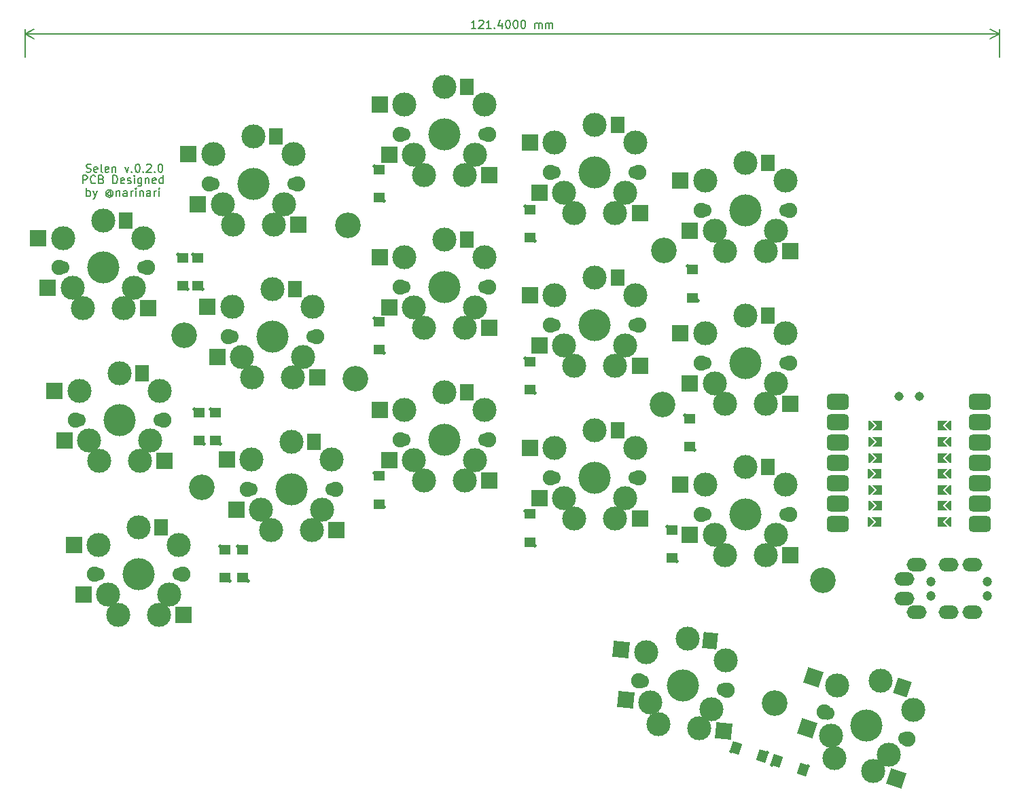
<source format=gts>
%TF.GenerationSoftware,KiCad,Pcbnew,(6.0.7)*%
%TF.CreationDate,2022-09-04T15:48:05+09:00*%
%TF.ProjectId,selen-full,73656c65-6e2d-4667-956c-6c2e6b696361,rev?*%
%TF.SameCoordinates,Original*%
%TF.FileFunction,Soldermask,Top*%
%TF.FilePolarity,Negative*%
%FSLAX46Y46*%
G04 Gerber Fmt 4.6, Leading zero omitted, Abs format (unit mm)*
G04 Created by KiCad (PCBNEW (6.0.7)) date 2022-09-04 15:48:05*
%MOMM*%
%LPD*%
G01*
G04 APERTURE LIST*
G04 Aperture macros list*
%AMRoundRect*
0 Rectangle with rounded corners*
0 $1 Rounding radius*
0 $2 $3 $4 $5 $6 $7 $8 $9 X,Y pos of 4 corners*
0 Add a 4 corners polygon primitive as box body*
4,1,4,$2,$3,$4,$5,$6,$7,$8,$9,$2,$3,0*
0 Add four circle primitives for the rounded corners*
1,1,$1+$1,$2,$3*
1,1,$1+$1,$4,$5*
1,1,$1+$1,$6,$7*
1,1,$1+$1,$8,$9*
0 Add four rect primitives between the rounded corners*
20,1,$1+$1,$2,$3,$4,$5,0*
20,1,$1+$1,$4,$5,$6,$7,0*
20,1,$1+$1,$6,$7,$8,$9,0*
20,1,$1+$1,$8,$9,$2,$3,0*%
%AMRotRect*
0 Rectangle, with rotation*
0 The origin of the aperture is its center*
0 $1 length*
0 $2 width*
0 $3 Rotation angle, in degrees counterclockwise*
0 Add horizontal line*
21,1,$1,$2,0,0,$3*%
%AMFreePoly0*
4,1,6,0.600000,0.200000,0.000000,-0.400000,-0.600000,0.200000,-0.600000,0.400000,0.600000,0.400000,0.600000,0.200000,0.600000,0.200000,$1*%
%AMFreePoly1*
4,1,6,0.600000,-0.250000,-0.600000,-0.250000,-0.600000,1.000000,0.000000,0.400000,0.600000,1.000000,0.600000,-0.250000,0.600000,-0.250000,$1*%
G04 Aperture macros list end*
%ADD10C,0.150000*%
%ADD11R,1.400000X1.200000*%
%ADD12C,0.500000*%
%ADD13RotRect,1.200000X1.400000X342.000000*%
%ADD14C,3.200000*%
%ADD15C,3.000000*%
%ADD16C,1.700000*%
%ADD17C,1.900000*%
%ADD18C,4.000000*%
%ADD19R,2.000000X2.000000*%
%ADD20R,1.800000X2.000000*%
%ADD21RotRect,2.000000X2.000000X354.000000*%
%ADD22RotRect,1.800000X2.000000X354.000000*%
%ADD23RotRect,1.200000X1.400000X162.000000*%
%ADD24RotRect,2.000000X2.000000X342.000000*%
%ADD25RotRect,1.800000X2.000000X342.000000*%
%ADD26C,1.200000*%
%ADD27O,2.500000X1.700000*%
%ADD28RoundRect,0.499745X-0.874395X-0.499745X0.874395X-0.499745X0.874395X0.499745X-0.874395X0.499745X0*%
%ADD29FreePoly0,270.000000*%
%ADD30FreePoly0,90.000000*%
%ADD31FreePoly1,270.000000*%
%ADD32FreePoly1,90.000000*%
%ADD33C,1.143000*%
G04 APERTURE END LIST*
D10*
X97800000Y-70447380D02*
X97800000Y-69447380D01*
X98180952Y-69447380D01*
X98276190Y-69495000D01*
X98323809Y-69542619D01*
X98371428Y-69637857D01*
X98371428Y-69780714D01*
X98323809Y-69875952D01*
X98276190Y-69923571D01*
X98180952Y-69971190D01*
X97800000Y-69971190D01*
X99371428Y-70352142D02*
X99323809Y-70399761D01*
X99180952Y-70447380D01*
X99085714Y-70447380D01*
X98942857Y-70399761D01*
X98847619Y-70304523D01*
X98800000Y-70209285D01*
X98752380Y-70018809D01*
X98752380Y-69875952D01*
X98800000Y-69685476D01*
X98847619Y-69590238D01*
X98942857Y-69495000D01*
X99085714Y-69447380D01*
X99180952Y-69447380D01*
X99323809Y-69495000D01*
X99371428Y-69542619D01*
X100133333Y-69923571D02*
X100276190Y-69971190D01*
X100323809Y-70018809D01*
X100371428Y-70114047D01*
X100371428Y-70256904D01*
X100323809Y-70352142D01*
X100276190Y-70399761D01*
X100180952Y-70447380D01*
X99800000Y-70447380D01*
X99800000Y-69447380D01*
X100133333Y-69447380D01*
X100228571Y-69495000D01*
X100276190Y-69542619D01*
X100323809Y-69637857D01*
X100323809Y-69733095D01*
X100276190Y-69828333D01*
X100228571Y-69875952D01*
X100133333Y-69923571D01*
X99800000Y-69923571D01*
X101561904Y-70447380D02*
X101561904Y-69447380D01*
X101800000Y-69447380D01*
X101942857Y-69495000D01*
X102038095Y-69590238D01*
X102085714Y-69685476D01*
X102133333Y-69875952D01*
X102133333Y-70018809D01*
X102085714Y-70209285D01*
X102038095Y-70304523D01*
X101942857Y-70399761D01*
X101800000Y-70447380D01*
X101561904Y-70447380D01*
X102942857Y-70399761D02*
X102847619Y-70447380D01*
X102657142Y-70447380D01*
X102561904Y-70399761D01*
X102514285Y-70304523D01*
X102514285Y-69923571D01*
X102561904Y-69828333D01*
X102657142Y-69780714D01*
X102847619Y-69780714D01*
X102942857Y-69828333D01*
X102990476Y-69923571D01*
X102990476Y-70018809D01*
X102514285Y-70114047D01*
X103371428Y-70399761D02*
X103466666Y-70447380D01*
X103657142Y-70447380D01*
X103752380Y-70399761D01*
X103800000Y-70304523D01*
X103800000Y-70256904D01*
X103752380Y-70161666D01*
X103657142Y-70114047D01*
X103514285Y-70114047D01*
X103419047Y-70066428D01*
X103371428Y-69971190D01*
X103371428Y-69923571D01*
X103419047Y-69828333D01*
X103514285Y-69780714D01*
X103657142Y-69780714D01*
X103752380Y-69828333D01*
X104228571Y-70447380D02*
X104228571Y-69780714D01*
X104228571Y-69447380D02*
X104180952Y-69495000D01*
X104228571Y-69542619D01*
X104276190Y-69495000D01*
X104228571Y-69447380D01*
X104228571Y-69542619D01*
X105133333Y-69780714D02*
X105133333Y-70590238D01*
X105085714Y-70685476D01*
X105038095Y-70733095D01*
X104942857Y-70780714D01*
X104800000Y-70780714D01*
X104704761Y-70733095D01*
X105133333Y-70399761D02*
X105038095Y-70447380D01*
X104847619Y-70447380D01*
X104752380Y-70399761D01*
X104704761Y-70352142D01*
X104657142Y-70256904D01*
X104657142Y-69971190D01*
X104704761Y-69875952D01*
X104752380Y-69828333D01*
X104847619Y-69780714D01*
X105038095Y-69780714D01*
X105133333Y-69828333D01*
X105609523Y-69780714D02*
X105609523Y-70447380D01*
X105609523Y-69875952D02*
X105657142Y-69828333D01*
X105752380Y-69780714D01*
X105895238Y-69780714D01*
X105990476Y-69828333D01*
X106038095Y-69923571D01*
X106038095Y-70447380D01*
X106895238Y-70399761D02*
X106800000Y-70447380D01*
X106609523Y-70447380D01*
X106514285Y-70399761D01*
X106466666Y-70304523D01*
X106466666Y-69923571D01*
X106514285Y-69828333D01*
X106609523Y-69780714D01*
X106800000Y-69780714D01*
X106895238Y-69828333D01*
X106942857Y-69923571D01*
X106942857Y-70018809D01*
X106466666Y-70114047D01*
X107800000Y-70447380D02*
X107800000Y-69447380D01*
X107800000Y-70399761D02*
X107704761Y-70447380D01*
X107514285Y-70447380D01*
X107419047Y-70399761D01*
X107371428Y-70352142D01*
X107323809Y-70256904D01*
X107323809Y-69971190D01*
X107371428Y-69875952D01*
X107419047Y-69828333D01*
X107514285Y-69780714D01*
X107704761Y-69780714D01*
X107800000Y-69828333D01*
X98276190Y-72057380D02*
X98276190Y-71057380D01*
X98276190Y-71438333D02*
X98371428Y-71390714D01*
X98561904Y-71390714D01*
X98657142Y-71438333D01*
X98704761Y-71485952D01*
X98752380Y-71581190D01*
X98752380Y-71866904D01*
X98704761Y-71962142D01*
X98657142Y-72009761D01*
X98561904Y-72057380D01*
X98371428Y-72057380D01*
X98276190Y-72009761D01*
X99085714Y-71390714D02*
X99323809Y-72057380D01*
X99561904Y-71390714D02*
X99323809Y-72057380D01*
X99228571Y-72295476D01*
X99180952Y-72343095D01*
X99085714Y-72390714D01*
X101323809Y-71581190D02*
X101276190Y-71533571D01*
X101180952Y-71485952D01*
X101085714Y-71485952D01*
X100990476Y-71533571D01*
X100942857Y-71581190D01*
X100895238Y-71676428D01*
X100895238Y-71771666D01*
X100942857Y-71866904D01*
X100990476Y-71914523D01*
X101085714Y-71962142D01*
X101180952Y-71962142D01*
X101276190Y-71914523D01*
X101323809Y-71866904D01*
X101323809Y-71485952D02*
X101323809Y-71866904D01*
X101371428Y-71914523D01*
X101419047Y-71914523D01*
X101514285Y-71866904D01*
X101561904Y-71771666D01*
X101561904Y-71533571D01*
X101466666Y-71390714D01*
X101323809Y-71295476D01*
X101133333Y-71247857D01*
X100942857Y-71295476D01*
X100800000Y-71390714D01*
X100704761Y-71533571D01*
X100657142Y-71724047D01*
X100704761Y-71914523D01*
X100800000Y-72057380D01*
X100942857Y-72152619D01*
X101133333Y-72200238D01*
X101323809Y-72152619D01*
X101466666Y-72057380D01*
X101990476Y-71390714D02*
X101990476Y-72057380D01*
X101990476Y-71485952D02*
X102038095Y-71438333D01*
X102133333Y-71390714D01*
X102276190Y-71390714D01*
X102371428Y-71438333D01*
X102419047Y-71533571D01*
X102419047Y-72057380D01*
X103323809Y-72057380D02*
X103323809Y-71533571D01*
X103276190Y-71438333D01*
X103180952Y-71390714D01*
X102990476Y-71390714D01*
X102895238Y-71438333D01*
X103323809Y-72009761D02*
X103228571Y-72057380D01*
X102990476Y-72057380D01*
X102895238Y-72009761D01*
X102847619Y-71914523D01*
X102847619Y-71819285D01*
X102895238Y-71724047D01*
X102990476Y-71676428D01*
X103228571Y-71676428D01*
X103323809Y-71628809D01*
X103800000Y-72057380D02*
X103800000Y-71390714D01*
X103800000Y-71581190D02*
X103847619Y-71485952D01*
X103895238Y-71438333D01*
X103990476Y-71390714D01*
X104085714Y-71390714D01*
X104419047Y-72057380D02*
X104419047Y-71390714D01*
X104419047Y-71057380D02*
X104371428Y-71105000D01*
X104419047Y-71152619D01*
X104466666Y-71105000D01*
X104419047Y-71057380D01*
X104419047Y-71152619D01*
X104895238Y-71390714D02*
X104895238Y-72057380D01*
X104895238Y-71485952D02*
X104942857Y-71438333D01*
X105038095Y-71390714D01*
X105180952Y-71390714D01*
X105276190Y-71438333D01*
X105323809Y-71533571D01*
X105323809Y-72057380D01*
X106228571Y-72057380D02*
X106228571Y-71533571D01*
X106180952Y-71438333D01*
X106085714Y-71390714D01*
X105895238Y-71390714D01*
X105800000Y-71438333D01*
X106228571Y-72009761D02*
X106133333Y-72057380D01*
X105895238Y-72057380D01*
X105800000Y-72009761D01*
X105752380Y-71914523D01*
X105752380Y-71819285D01*
X105800000Y-71724047D01*
X105895238Y-71676428D01*
X106133333Y-71676428D01*
X106228571Y-71628809D01*
X106704761Y-72057380D02*
X106704761Y-71390714D01*
X106704761Y-71581190D02*
X106752380Y-71485952D01*
X106800000Y-71438333D01*
X106895238Y-71390714D01*
X106990476Y-71390714D01*
X107323809Y-72057380D02*
X107323809Y-71390714D01*
X107323809Y-71057380D02*
X107276190Y-71105000D01*
X107323809Y-71152619D01*
X107371428Y-71105000D01*
X107323809Y-71057380D01*
X107323809Y-71152619D01*
X98238095Y-69004761D02*
X98380952Y-69052380D01*
X98619047Y-69052380D01*
X98714285Y-69004761D01*
X98761904Y-68957142D01*
X98809523Y-68861904D01*
X98809523Y-68766666D01*
X98761904Y-68671428D01*
X98714285Y-68623809D01*
X98619047Y-68576190D01*
X98428571Y-68528571D01*
X98333333Y-68480952D01*
X98285714Y-68433333D01*
X98238095Y-68338095D01*
X98238095Y-68242857D01*
X98285714Y-68147619D01*
X98333333Y-68100000D01*
X98428571Y-68052380D01*
X98666666Y-68052380D01*
X98809523Y-68100000D01*
X99619047Y-69004761D02*
X99523809Y-69052380D01*
X99333333Y-69052380D01*
X99238095Y-69004761D01*
X99190476Y-68909523D01*
X99190476Y-68528571D01*
X99238095Y-68433333D01*
X99333333Y-68385714D01*
X99523809Y-68385714D01*
X99619047Y-68433333D01*
X99666666Y-68528571D01*
X99666666Y-68623809D01*
X99190476Y-68719047D01*
X100238095Y-69052380D02*
X100142857Y-69004761D01*
X100095238Y-68909523D01*
X100095238Y-68052380D01*
X101000000Y-69004761D02*
X100904761Y-69052380D01*
X100714285Y-69052380D01*
X100619047Y-69004761D01*
X100571428Y-68909523D01*
X100571428Y-68528571D01*
X100619047Y-68433333D01*
X100714285Y-68385714D01*
X100904761Y-68385714D01*
X101000000Y-68433333D01*
X101047619Y-68528571D01*
X101047619Y-68623809D01*
X100571428Y-68719047D01*
X101476190Y-68385714D02*
X101476190Y-69052380D01*
X101476190Y-68480952D02*
X101523809Y-68433333D01*
X101619047Y-68385714D01*
X101761904Y-68385714D01*
X101857142Y-68433333D01*
X101904761Y-68528571D01*
X101904761Y-69052380D01*
X103047619Y-68385714D02*
X103285714Y-69052380D01*
X103523809Y-68385714D01*
X103904761Y-68957142D02*
X103952380Y-69004761D01*
X103904761Y-69052380D01*
X103857142Y-69004761D01*
X103904761Y-68957142D01*
X103904761Y-69052380D01*
X104571428Y-68052380D02*
X104666666Y-68052380D01*
X104761904Y-68100000D01*
X104809523Y-68147619D01*
X104857142Y-68242857D01*
X104904761Y-68433333D01*
X104904761Y-68671428D01*
X104857142Y-68861904D01*
X104809523Y-68957142D01*
X104761904Y-69004761D01*
X104666666Y-69052380D01*
X104571428Y-69052380D01*
X104476190Y-69004761D01*
X104428571Y-68957142D01*
X104380952Y-68861904D01*
X104333333Y-68671428D01*
X104333333Y-68433333D01*
X104380952Y-68242857D01*
X104428571Y-68147619D01*
X104476190Y-68100000D01*
X104571428Y-68052380D01*
X105333333Y-68957142D02*
X105380952Y-69004761D01*
X105333333Y-69052380D01*
X105285714Y-69004761D01*
X105333333Y-68957142D01*
X105333333Y-69052380D01*
X105761904Y-68147619D02*
X105809523Y-68100000D01*
X105904761Y-68052380D01*
X106142857Y-68052380D01*
X106238095Y-68100000D01*
X106285714Y-68147619D01*
X106333333Y-68242857D01*
X106333333Y-68338095D01*
X106285714Y-68480952D01*
X105714285Y-69052380D01*
X106333333Y-69052380D01*
X106761904Y-68957142D02*
X106809523Y-69004761D01*
X106761904Y-69052380D01*
X106714285Y-69004761D01*
X106761904Y-68957142D01*
X106761904Y-69052380D01*
X107428571Y-68052380D02*
X107523809Y-68052380D01*
X107619047Y-68100000D01*
X107666666Y-68147619D01*
X107714285Y-68242857D01*
X107761904Y-68433333D01*
X107761904Y-68671428D01*
X107714285Y-68861904D01*
X107666666Y-68957142D01*
X107619047Y-69004761D01*
X107523809Y-69052380D01*
X107428571Y-69052380D01*
X107333333Y-69004761D01*
X107285714Y-68957142D01*
X107238095Y-68861904D01*
X107190476Y-68671428D01*
X107190476Y-68433333D01*
X107238095Y-68242857D01*
X107285714Y-68147619D01*
X107333333Y-68100000D01*
X107428571Y-68052380D01*
X146776190Y-51102380D02*
X146204761Y-51102380D01*
X146490476Y-51102380D02*
X146490476Y-50102380D01*
X146395238Y-50245238D01*
X146300000Y-50340476D01*
X146204761Y-50388095D01*
X147157142Y-50197619D02*
X147204761Y-50150000D01*
X147300000Y-50102380D01*
X147538095Y-50102380D01*
X147633333Y-50150000D01*
X147680952Y-50197619D01*
X147728571Y-50292857D01*
X147728571Y-50388095D01*
X147680952Y-50530952D01*
X147109523Y-51102380D01*
X147728571Y-51102380D01*
X148680952Y-51102380D02*
X148109523Y-51102380D01*
X148395238Y-51102380D02*
X148395238Y-50102380D01*
X148300000Y-50245238D01*
X148204761Y-50340476D01*
X148109523Y-50388095D01*
X149109523Y-51007142D02*
X149157142Y-51054761D01*
X149109523Y-51102380D01*
X149061904Y-51054761D01*
X149109523Y-51007142D01*
X149109523Y-51102380D01*
X150014285Y-50435714D02*
X150014285Y-51102380D01*
X149776190Y-50054761D02*
X149538095Y-50769047D01*
X150157142Y-50769047D01*
X150728571Y-50102380D02*
X150823809Y-50102380D01*
X150919047Y-50150000D01*
X150966666Y-50197619D01*
X151014285Y-50292857D01*
X151061904Y-50483333D01*
X151061904Y-50721428D01*
X151014285Y-50911904D01*
X150966666Y-51007142D01*
X150919047Y-51054761D01*
X150823809Y-51102380D01*
X150728571Y-51102380D01*
X150633333Y-51054761D01*
X150585714Y-51007142D01*
X150538095Y-50911904D01*
X150490476Y-50721428D01*
X150490476Y-50483333D01*
X150538095Y-50292857D01*
X150585714Y-50197619D01*
X150633333Y-50150000D01*
X150728571Y-50102380D01*
X151680952Y-50102380D02*
X151776190Y-50102380D01*
X151871428Y-50150000D01*
X151919047Y-50197619D01*
X151966666Y-50292857D01*
X152014285Y-50483333D01*
X152014285Y-50721428D01*
X151966666Y-50911904D01*
X151919047Y-51007142D01*
X151871428Y-51054761D01*
X151776190Y-51102380D01*
X151680952Y-51102380D01*
X151585714Y-51054761D01*
X151538095Y-51007142D01*
X151490476Y-50911904D01*
X151442857Y-50721428D01*
X151442857Y-50483333D01*
X151490476Y-50292857D01*
X151538095Y-50197619D01*
X151585714Y-50150000D01*
X151680952Y-50102380D01*
X152633333Y-50102380D02*
X152728571Y-50102380D01*
X152823809Y-50150000D01*
X152871428Y-50197619D01*
X152919047Y-50292857D01*
X152966666Y-50483333D01*
X152966666Y-50721428D01*
X152919047Y-50911904D01*
X152871428Y-51007142D01*
X152823809Y-51054761D01*
X152728571Y-51102380D01*
X152633333Y-51102380D01*
X152538095Y-51054761D01*
X152490476Y-51007142D01*
X152442857Y-50911904D01*
X152395238Y-50721428D01*
X152395238Y-50483333D01*
X152442857Y-50292857D01*
X152490476Y-50197619D01*
X152538095Y-50150000D01*
X152633333Y-50102380D01*
X154157142Y-51102380D02*
X154157142Y-50435714D01*
X154157142Y-50530952D02*
X154204761Y-50483333D01*
X154300000Y-50435714D01*
X154442857Y-50435714D01*
X154538095Y-50483333D01*
X154585714Y-50578571D01*
X154585714Y-51102380D01*
X154585714Y-50578571D02*
X154633333Y-50483333D01*
X154728571Y-50435714D01*
X154871428Y-50435714D01*
X154966666Y-50483333D01*
X155014285Y-50578571D01*
X155014285Y-51102380D01*
X155490476Y-51102380D02*
X155490476Y-50435714D01*
X155490476Y-50530952D02*
X155538095Y-50483333D01*
X155633333Y-50435714D01*
X155776190Y-50435714D01*
X155871428Y-50483333D01*
X155919047Y-50578571D01*
X155919047Y-51102380D01*
X155919047Y-50578571D02*
X155966666Y-50483333D01*
X156061904Y-50435714D01*
X156204761Y-50435714D01*
X156300000Y-50483333D01*
X156347619Y-50578571D01*
X156347619Y-51102380D01*
X212000000Y-54700000D02*
X212000000Y-51213580D01*
X90600000Y-54700000D02*
X90600000Y-51213580D01*
X212000000Y-51800000D02*
X90600000Y-51800000D01*
X212000000Y-51800000D02*
X90600000Y-51800000D01*
X212000000Y-51800000D02*
X210873496Y-51213579D01*
X212000000Y-51800000D02*
X210873496Y-52386421D01*
X90600000Y-51800000D02*
X91726504Y-52386421D01*
X90600000Y-51800000D02*
X91726504Y-51213579D01*
D11*
%TO.C,D9*%
X153500000Y-96200000D03*
D12*
X154100000Y-96600000D03*
X152900000Y-92300000D03*
D11*
X153500000Y-92700000D03*
%TD*%
%TO.C,D4*%
X153500000Y-77200000D03*
D12*
X154100000Y-77600000D03*
X152900000Y-73300000D03*
D11*
X153500000Y-73700000D03*
%TD*%
D12*
%TO.C,D12*%
X118350000Y-120034000D03*
D11*
X117750000Y-119634000D03*
X117750000Y-116134000D03*
D12*
X117150000Y-115734000D03*
%TD*%
%TO.C,D17*%
X183684167Y-142947027D03*
D13*
X184250000Y-142500000D03*
X187578698Y-143581560D03*
D12*
X188144531Y-143134532D03*
%TD*%
D14*
%TO.C,REF\u002A\u002A*%
X190000000Y-120000000D03*
X190000000Y-120000000D03*
%TD*%
D15*
%TO.C,SW1*%
X97790000Y-86042500D03*
D16*
X105410000Y-80962500D03*
X95250000Y-80962500D03*
D15*
X96520000Y-83502500D03*
X95330000Y-77262500D03*
D17*
X105830000Y-80962500D03*
X94830000Y-80962500D03*
D15*
X104140000Y-83502500D03*
X100330000Y-75062500D03*
X102870000Y-86042500D03*
X105330000Y-77262500D03*
D18*
X100330000Y-80962500D03*
D19*
X92230000Y-77262500D03*
X105930000Y-86042500D03*
D20*
X103130000Y-75062500D03*
D19*
X93430000Y-83502500D03*
%TD*%
D15*
%TO.C,SW13*%
X140335000Y-107473750D03*
X142875000Y-96493750D03*
D18*
X142875000Y-102393750D03*
D15*
X147875000Y-98693750D03*
X137875000Y-98693750D03*
X146685000Y-104933750D03*
D17*
X137375000Y-102393750D03*
D16*
X137795000Y-102393750D03*
D15*
X139065000Y-104933750D03*
X145415000Y-107473750D03*
D16*
X147955000Y-102393750D03*
D17*
X148375000Y-102393750D03*
D19*
X148475000Y-107473750D03*
X134775000Y-98693750D03*
D20*
X145675000Y-96493750D03*
D19*
X135975000Y-104933750D03*
%TD*%
D12*
%TO.C,D15*%
X171850000Y-117600000D03*
D11*
X171250000Y-117200000D03*
D12*
X170650000Y-113300000D03*
D11*
X171250000Y-113700000D03*
%TD*%
D14*
%TO.C,REF\u002A\u002A*%
X170200000Y-78800000D03*
X170200000Y-78800000D03*
%TD*%
D12*
%TO.C,D8*%
X135350000Y-91600000D03*
D11*
X134750000Y-91200000D03*
X134750000Y-87700000D03*
D12*
X134150000Y-87300000D03*
%TD*%
D14*
%TO.C,REF\u002A\u002A*%
X112600000Y-108400000D03*
X112600000Y-108400000D03*
%TD*%
D15*
%TO.C,SW7*%
X126443750Y-85835000D03*
X118903750Y-94615000D03*
D17*
X126943750Y-89535000D03*
D16*
X116363750Y-89535000D03*
D15*
X121443750Y-83635000D03*
X116443750Y-85835000D03*
X117633750Y-92075000D03*
X123983750Y-94615000D03*
D18*
X121443750Y-89535000D03*
D17*
X115943750Y-89535000D03*
D15*
X125253750Y-92075000D03*
D16*
X126523750Y-89535000D03*
D19*
X113343750Y-85835000D03*
X127043750Y-94615000D03*
X114543750Y-92075000D03*
D20*
X124243750Y-83635000D03*
%TD*%
D12*
%TO.C,D11*%
X116100000Y-120034000D03*
D11*
X115500000Y-119634000D03*
D12*
X114900000Y-115734000D03*
D11*
X115500000Y-116134000D03*
%TD*%
D14*
%TO.C,REF\u002A\u002A*%
X130810000Y-75692000D03*
X130810000Y-75692000D03*
%TD*%
D15*
%TO.C,SW6*%
X107393750Y-96312500D03*
D17*
X96893750Y-100012500D03*
D16*
X107473750Y-100012500D03*
D15*
X97393750Y-96312500D03*
X98583750Y-102552500D03*
D18*
X102393750Y-100012500D03*
D15*
X99853750Y-105092500D03*
X106203750Y-102552500D03*
D17*
X107893750Y-100012500D03*
D15*
X104933750Y-105092500D03*
X102393750Y-94112500D03*
D16*
X97313750Y-100012500D03*
D19*
X107993750Y-105092500D03*
X94293750Y-96312500D03*
D20*
X105193750Y-94112500D03*
D19*
X95493750Y-102552500D03*
%TD*%
D14*
%TO.C,REF\u002A\u002A*%
X110400000Y-89400000D03*
X110400000Y-89400000D03*
%TD*%
D18*
%TO.C,SW11*%
X104775000Y-119221250D03*
D16*
X109855000Y-119221250D03*
D15*
X107315000Y-124301250D03*
D17*
X99275000Y-119221250D03*
D15*
X108585000Y-121761250D03*
X99775000Y-115521250D03*
D16*
X99695000Y-119221250D03*
D17*
X110275000Y-119221250D03*
D15*
X100965000Y-121761250D03*
X104775000Y-113321250D03*
X109775000Y-115521250D03*
X102235000Y-124301250D03*
D19*
X96675000Y-115521250D03*
X110375000Y-124301250D03*
X97875000Y-121761250D03*
D20*
X107575000Y-113321250D03*
%TD*%
D17*
%TO.C,SW8*%
X137375000Y-83343750D03*
D15*
X147875000Y-79643750D03*
X145415000Y-88423750D03*
D18*
X142875000Y-83343750D03*
D15*
X142875000Y-77443750D03*
X146685000Y-85883750D03*
X137875000Y-79643750D03*
X139065000Y-85883750D03*
D16*
X137795000Y-83343750D03*
X147955000Y-83343750D03*
D15*
X140335000Y-88423750D03*
D17*
X148375000Y-83343750D03*
D19*
X134775000Y-79643750D03*
X148475000Y-88423750D03*
D20*
X145675000Y-77443750D03*
D19*
X135975000Y-85883750D03*
%TD*%
D17*
%TO.C,SW10*%
X174840000Y-92868750D03*
D15*
X184150000Y-95408750D03*
D16*
X185420000Y-92868750D03*
D18*
X180340000Y-92868750D03*
D17*
X185840000Y-92868750D03*
D15*
X175340000Y-89168750D03*
X180340000Y-86968750D03*
X176530000Y-95408750D03*
D16*
X175260000Y-92868750D03*
D15*
X185340000Y-89168750D03*
X177800000Y-97948750D03*
X182880000Y-97948750D03*
D19*
X172240000Y-89168750D03*
X185940000Y-97948750D03*
D20*
X183140000Y-86968750D03*
D19*
X173440000Y-95408750D03*
%TD*%
D16*
%TO.C,SW15*%
X185420000Y-111760000D03*
X175260000Y-111760000D03*
D15*
X185340000Y-108060000D03*
D17*
X185840000Y-111760000D03*
X174840000Y-111760000D03*
D15*
X180340000Y-105860000D03*
X176530000Y-114300000D03*
X177800000Y-116840000D03*
X175340000Y-108060000D03*
D18*
X180340000Y-111760000D03*
D15*
X184150000Y-114300000D03*
X182880000Y-116840000D03*
D19*
X172240000Y-108060000D03*
X185940000Y-116840000D03*
D20*
X183140000Y-105860000D03*
D19*
X173440000Y-114300000D03*
%TD*%
D16*
%TO.C,SW3*%
X137795000Y-64293750D03*
D15*
X147875000Y-60593750D03*
D17*
X137375000Y-64293750D03*
X148375000Y-64293750D03*
D16*
X147955000Y-64293750D03*
D15*
X142875000Y-58393750D03*
X140335000Y-69373750D03*
X139065000Y-66833750D03*
X145415000Y-69373750D03*
D18*
X142875000Y-64293750D03*
D15*
X146685000Y-66833750D03*
X137875000Y-60593750D03*
D19*
X134775000Y-60593750D03*
X148475000Y-69373750D03*
D20*
X145675000Y-58393750D03*
D19*
X135975000Y-66833750D03*
%TD*%
D16*
%TO.C,SW16*%
X167528961Y-132565577D03*
D15*
X168526501Y-135224414D03*
D17*
X167111262Y-132521675D03*
D18*
X172581132Y-133096582D03*
D15*
X173197850Y-127228903D03*
X176104758Y-136020921D03*
X177940497Y-129939493D03*
X169524042Y-137883251D03*
D16*
X177633303Y-133627587D03*
D17*
X178051002Y-133671489D03*
D15*
X174576213Y-138414256D03*
X167995278Y-128894209D03*
D21*
X164912260Y-128570170D03*
X177619450Y-138734113D03*
D22*
X175982511Y-127521583D03*
D21*
X165453429Y-134901421D03*
%TD*%
D11*
%TO.C,D3*%
X134750000Y-72200000D03*
D12*
X135350000Y-72600000D03*
D11*
X134750000Y-68700000D03*
D12*
X134150000Y-68300000D03*
%TD*%
%TO.C,D5*%
X174400000Y-85100000D03*
D11*
X173800000Y-84700000D03*
D12*
X173200000Y-80800000D03*
D11*
X173800000Y-81200000D03*
%TD*%
%TO.C,D1*%
X110236000Y-83234000D03*
D12*
X110836000Y-83634000D03*
X109636000Y-79334000D03*
D11*
X110236000Y-79734000D03*
%TD*%
D15*
%TO.C,SW2*%
X122872500Y-73025000D03*
X115252500Y-73025000D03*
X114062500Y-66785000D03*
D16*
X113982500Y-70485000D03*
D15*
X119062500Y-64585000D03*
D18*
X119062500Y-70485000D03*
D15*
X121602500Y-75565000D03*
X124062500Y-66785000D03*
D17*
X113562500Y-70485000D03*
D16*
X124142500Y-70485000D03*
D17*
X124562500Y-70485000D03*
D15*
X116522500Y-75565000D03*
D19*
X110962500Y-66785000D03*
X124662500Y-75565000D03*
D20*
X121862500Y-64585000D03*
D19*
X112162500Y-73025000D03*
%TD*%
D16*
%TO.C,SW9*%
X166687500Y-88106250D03*
D18*
X161607500Y-88106250D03*
D15*
X165417500Y-90646250D03*
X164147500Y-93186250D03*
X159067500Y-93186250D03*
X161607500Y-82206250D03*
D17*
X156107500Y-88106250D03*
D15*
X157797500Y-90646250D03*
D16*
X156527500Y-88106250D03*
D15*
X156607500Y-84406250D03*
D17*
X167107500Y-88106250D03*
D15*
X166607500Y-84406250D03*
D19*
X167207500Y-93186250D03*
X153507500Y-84406250D03*
D20*
X164407500Y-82206250D03*
D19*
X154707500Y-90646250D03*
%TD*%
D15*
%TO.C,SW5*%
X182880000Y-78898750D03*
X184150000Y-76358750D03*
X175340000Y-70118750D03*
X177800000Y-78898750D03*
D16*
X175260000Y-73818750D03*
D17*
X185840000Y-73818750D03*
D18*
X180340000Y-73818750D03*
D17*
X174840000Y-73818750D03*
D15*
X176530000Y-76358750D03*
X185340000Y-70118750D03*
D16*
X185420000Y-73818750D03*
D15*
X180340000Y-67918750D03*
D19*
X185940000Y-78898750D03*
X172240000Y-70118750D03*
D20*
X183140000Y-67918750D03*
D19*
X173440000Y-76358750D03*
%TD*%
D23*
%TO.C,D16*%
X182490546Y-141928318D03*
D12*
X183056379Y-141481291D03*
D23*
X179161848Y-140846758D03*
D12*
X178596015Y-141293786D03*
%TD*%
D14*
%TO.C,REF\u002A\u002A*%
X170000000Y-98000000D03*
X170000000Y-98000000D03*
%TD*%
D11*
%TO.C,D13*%
X134750000Y-110450000D03*
D12*
X135350000Y-110850000D03*
X134150000Y-106550000D03*
D11*
X134750000Y-106950000D03*
%TD*%
D12*
%TO.C,D10*%
X172800000Y-99400000D03*
D11*
X173400000Y-99800000D03*
D12*
X174000000Y-103700000D03*
D11*
X173400000Y-103300000D03*
%TD*%
D15*
%TO.C,SW17*%
X197230103Y-132501267D03*
X190998475Y-139350829D03*
D16*
X200238270Y-139682306D03*
D15*
X191421413Y-142158964D03*
X191794983Y-133048506D03*
X196252780Y-143728770D03*
D17*
X200637714Y-139812093D03*
D18*
X195406903Y-138112500D03*
D17*
X190176092Y-136412907D03*
D15*
X198245525Y-141705538D03*
D16*
X190575536Y-136542694D03*
D15*
X201305548Y-136138676D03*
D24*
X188846708Y-132090553D03*
X199163013Y-144674362D03*
D25*
X199893062Y-133366514D03*
D24*
X188059710Y-138395966D03*
%TD*%
D15*
%TO.C,SW12*%
X121285000Y-113665000D03*
D16*
X128905000Y-108585000D03*
D18*
X123825000Y-108585000D03*
D16*
X118745000Y-108585000D03*
D15*
X126365000Y-113665000D03*
X120015000Y-111125000D03*
D17*
X118325000Y-108585000D03*
D15*
X118825000Y-104885000D03*
X128825000Y-104885000D03*
X123825000Y-102685000D03*
D17*
X129325000Y-108585000D03*
D15*
X127635000Y-111125000D03*
D19*
X129425000Y-113665000D03*
X115725000Y-104885000D03*
X116925000Y-111125000D03*
D20*
X126625000Y-102685000D03*
%TD*%
D12*
%TO.C,D14*%
X154100000Y-115600000D03*
D11*
X153500000Y-115200000D03*
D12*
X152900000Y-111300000D03*
D11*
X153500000Y-111700000D03*
%TD*%
D26*
%TO.C,J1*%
X203484000Y-120125000D03*
X210484000Y-120125000D03*
X210484000Y-121875000D03*
X203484000Y-121875000D03*
D27*
X200184000Y-122225000D03*
X200184000Y-119775000D03*
X208684000Y-118025000D03*
X208684000Y-123975000D03*
X205684000Y-123975000D03*
X205684000Y-118025000D03*
X201684000Y-118025000D03*
X201684000Y-123975000D03*
%TD*%
D11*
%TO.C,D2*%
X112111000Y-83234000D03*
D12*
X112711000Y-83634000D03*
X111511000Y-79334000D03*
D11*
X112111000Y-79734000D03*
%TD*%
D15*
%TO.C,SW14*%
X157797500Y-109696250D03*
D17*
X156107500Y-107156250D03*
D18*
X161607500Y-107156250D03*
D16*
X156527500Y-107156250D03*
D15*
X161607500Y-101256250D03*
X156607500Y-103456250D03*
X166607500Y-103456250D03*
D17*
X167107500Y-107156250D03*
D16*
X166687500Y-107156250D03*
D15*
X165417500Y-109696250D03*
X159067500Y-112236250D03*
X164147500Y-112236250D03*
D19*
X153507500Y-103456250D03*
X167207500Y-112236250D03*
X154707500Y-109696250D03*
D20*
X164407500Y-101256250D03*
%TD*%
D12*
%TO.C,D7*%
X114900000Y-102938000D03*
D11*
X114300000Y-102538000D03*
D12*
X113700000Y-98638000D03*
D11*
X114300000Y-99038000D03*
%TD*%
D17*
%TO.C,SW4*%
X167107500Y-69056250D03*
D15*
X165417500Y-71596250D03*
X161607500Y-63156250D03*
X156607500Y-65356250D03*
D16*
X166687500Y-69056250D03*
D18*
X161607500Y-69056250D03*
D16*
X156527500Y-69056250D03*
D15*
X166607500Y-65356250D03*
X157797500Y-71596250D03*
D17*
X156107500Y-69056250D03*
D15*
X159067500Y-74136250D03*
X164147500Y-74136250D03*
D19*
X167207500Y-74136250D03*
X153507500Y-65356250D03*
D20*
X164407500Y-63156250D03*
D19*
X154707500Y-71596250D03*
%TD*%
D28*
%TO.C,U1*%
X209588184Y-100271296D03*
X191921304Y-110431296D03*
D29*
X205588184Y-108687504D03*
D30*
X196088184Y-102687504D03*
D29*
X205588184Y-102687504D03*
D28*
X209588184Y-107891296D03*
X209588184Y-110431296D03*
X191921304Y-97731296D03*
D30*
X196088184Y-100687504D03*
X196088184Y-108687504D03*
D28*
X191921304Y-100271296D03*
D30*
X196088184Y-104687504D03*
D28*
X191921304Y-107891296D03*
X209588184Y-112971296D03*
D30*
X196063796Y-106687504D03*
D28*
X191921304Y-112971296D03*
D30*
X196088184Y-110687504D03*
X196063796Y-112687504D03*
D28*
X209588184Y-97731296D03*
D29*
X205563796Y-106687504D03*
D28*
X209588184Y-102811296D03*
X191921304Y-105351296D03*
X209588184Y-105351296D03*
D29*
X205563796Y-110687504D03*
X205588184Y-100687504D03*
X205588184Y-104687504D03*
X205563796Y-112687504D03*
D28*
X191921304Y-102811296D03*
D31*
X204588184Y-100687504D03*
X204588184Y-102687504D03*
X204588184Y-104687504D03*
X204563796Y-106687504D03*
X204588184Y-108687504D03*
X204563796Y-110687504D03*
X204563796Y-112687504D03*
D32*
X197063796Y-112687504D03*
X197088184Y-110687504D03*
X197088184Y-108687504D03*
X197063796Y-106687504D03*
X197088184Y-104687504D03*
X197088184Y-102687504D03*
X197088184Y-100687504D03*
D33*
X199536987Y-97044929D03*
X202076987Y-97044929D03*
%TD*%
D14*
%TO.C,REF\u002A\u002A*%
X184000000Y-135250000D03*
X184000000Y-135250000D03*
%TD*%
%TO.C,REF\u002A\u002A*%
X131800000Y-94800000D03*
X131800000Y-94800000D03*
%TD*%
D11*
%TO.C,D6*%
X112268000Y-102538000D03*
D12*
X112868000Y-102938000D03*
D11*
X112268000Y-99038000D03*
D12*
X111668000Y-98638000D03*
%TD*%
M02*

</source>
